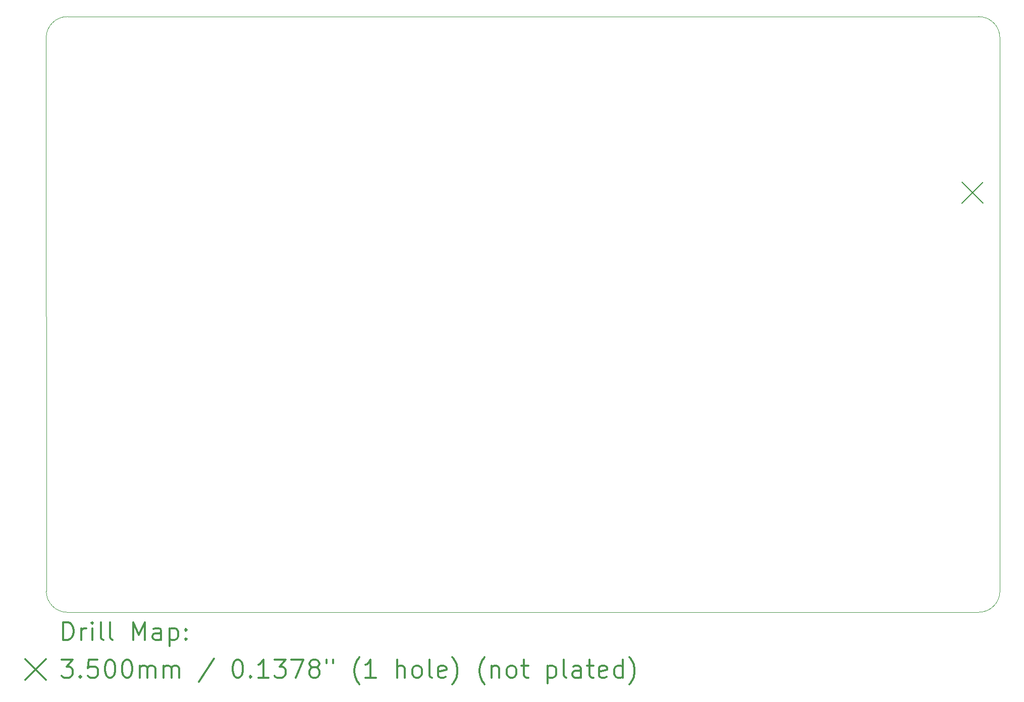
<source format=gbr>
%FSLAX45Y45*%
G04 Gerber Fmt 4.5, Leading zero omitted, Abs format (unit mm)*
G04 Created by KiCad (PCBNEW (5.1.10)-1) date 2021-10-19 19:54:51*
%MOMM*%
%LPD*%
G01*
G04 APERTURE LIST*
%TA.AperFunction,Profile*%
%ADD10C,0.001000*%
%TD*%
%ADD11C,0.200000*%
%ADD12C,0.300000*%
G04 APERTURE END LIST*
D10*
X2356000Y-1999000D02*
X17642000Y-1999000D01*
X2000000Y-11643000D02*
X1999000Y-2356000D01*
X17643000Y-11999000D02*
X2357000Y-12000000D01*
X17999000Y-2356000D02*
X18000000Y-11642000D01*
X18000000Y-11642000D02*
G75*
G02*
X17643000Y-11999000I-357000J0D01*
G01*
X2357000Y-12000000D02*
G75*
G02*
X2000000Y-11643000I0J357000D01*
G01*
X1999000Y-2356000D02*
G75*
G02*
X2356000Y-1999000I357000J0D01*
G01*
X17642000Y-1999000D02*
G75*
G02*
X17999000Y-2356000I0J-357000D01*
G01*
D11*
X17366000Y-4778000D02*
X17716000Y-5128000D01*
X17716000Y-4778000D02*
X17366000Y-5128000D01*
D12*
X2285378Y-12465764D02*
X2285378Y-12165764D01*
X2356807Y-12165764D01*
X2399664Y-12180050D01*
X2428236Y-12208621D01*
X2442521Y-12237193D01*
X2456807Y-12294336D01*
X2456807Y-12337193D01*
X2442521Y-12394336D01*
X2428236Y-12422907D01*
X2399664Y-12451479D01*
X2356807Y-12465764D01*
X2285378Y-12465764D01*
X2585378Y-12465764D02*
X2585378Y-12265764D01*
X2585378Y-12322907D02*
X2599664Y-12294336D01*
X2613950Y-12280050D01*
X2642521Y-12265764D01*
X2671093Y-12265764D01*
X2771093Y-12465764D02*
X2771093Y-12265764D01*
X2771093Y-12165764D02*
X2756807Y-12180050D01*
X2771093Y-12194336D01*
X2785378Y-12180050D01*
X2771093Y-12165764D01*
X2771093Y-12194336D01*
X2956807Y-12465764D02*
X2928236Y-12451479D01*
X2913950Y-12422907D01*
X2913950Y-12165764D01*
X3113950Y-12465764D02*
X3085378Y-12451479D01*
X3071093Y-12422907D01*
X3071093Y-12165764D01*
X3456807Y-12465764D02*
X3456807Y-12165764D01*
X3556807Y-12380050D01*
X3656807Y-12165764D01*
X3656807Y-12465764D01*
X3928236Y-12465764D02*
X3928236Y-12308621D01*
X3913950Y-12280050D01*
X3885378Y-12265764D01*
X3828236Y-12265764D01*
X3799664Y-12280050D01*
X3928236Y-12451479D02*
X3899664Y-12465764D01*
X3828236Y-12465764D01*
X3799664Y-12451479D01*
X3785378Y-12422907D01*
X3785378Y-12394336D01*
X3799664Y-12365764D01*
X3828236Y-12351479D01*
X3899664Y-12351479D01*
X3928236Y-12337193D01*
X4071093Y-12265764D02*
X4071093Y-12565764D01*
X4071093Y-12280050D02*
X4099664Y-12265764D01*
X4156807Y-12265764D01*
X4185378Y-12280050D01*
X4199664Y-12294336D01*
X4213950Y-12322907D01*
X4213950Y-12408621D01*
X4199664Y-12437193D01*
X4185378Y-12451479D01*
X4156807Y-12465764D01*
X4099664Y-12465764D01*
X4071093Y-12451479D01*
X4342521Y-12437193D02*
X4356807Y-12451479D01*
X4342521Y-12465764D01*
X4328236Y-12451479D01*
X4342521Y-12437193D01*
X4342521Y-12465764D01*
X4342521Y-12280050D02*
X4356807Y-12294336D01*
X4342521Y-12308621D01*
X4328236Y-12294336D01*
X4342521Y-12280050D01*
X4342521Y-12308621D01*
X1648950Y-12785050D02*
X1998950Y-13135050D01*
X1998950Y-12785050D02*
X1648950Y-13135050D01*
X2256807Y-12795764D02*
X2442521Y-12795764D01*
X2342521Y-12910050D01*
X2385378Y-12910050D01*
X2413950Y-12924336D01*
X2428236Y-12938621D01*
X2442521Y-12967193D01*
X2442521Y-13038621D01*
X2428236Y-13067193D01*
X2413950Y-13081479D01*
X2385378Y-13095764D01*
X2299664Y-13095764D01*
X2271093Y-13081479D01*
X2256807Y-13067193D01*
X2571093Y-13067193D02*
X2585378Y-13081479D01*
X2571093Y-13095764D01*
X2556807Y-13081479D01*
X2571093Y-13067193D01*
X2571093Y-13095764D01*
X2856807Y-12795764D02*
X2713950Y-12795764D01*
X2699664Y-12938621D01*
X2713950Y-12924336D01*
X2742521Y-12910050D01*
X2813950Y-12910050D01*
X2842521Y-12924336D01*
X2856807Y-12938621D01*
X2871093Y-12967193D01*
X2871093Y-13038621D01*
X2856807Y-13067193D01*
X2842521Y-13081479D01*
X2813950Y-13095764D01*
X2742521Y-13095764D01*
X2713950Y-13081479D01*
X2699664Y-13067193D01*
X3056807Y-12795764D02*
X3085378Y-12795764D01*
X3113950Y-12810050D01*
X3128236Y-12824336D01*
X3142521Y-12852907D01*
X3156807Y-12910050D01*
X3156807Y-12981479D01*
X3142521Y-13038621D01*
X3128236Y-13067193D01*
X3113950Y-13081479D01*
X3085378Y-13095764D01*
X3056807Y-13095764D01*
X3028236Y-13081479D01*
X3013950Y-13067193D01*
X2999664Y-13038621D01*
X2985378Y-12981479D01*
X2985378Y-12910050D01*
X2999664Y-12852907D01*
X3013950Y-12824336D01*
X3028236Y-12810050D01*
X3056807Y-12795764D01*
X3342521Y-12795764D02*
X3371093Y-12795764D01*
X3399664Y-12810050D01*
X3413950Y-12824336D01*
X3428236Y-12852907D01*
X3442521Y-12910050D01*
X3442521Y-12981479D01*
X3428236Y-13038621D01*
X3413950Y-13067193D01*
X3399664Y-13081479D01*
X3371093Y-13095764D01*
X3342521Y-13095764D01*
X3313950Y-13081479D01*
X3299664Y-13067193D01*
X3285378Y-13038621D01*
X3271093Y-12981479D01*
X3271093Y-12910050D01*
X3285378Y-12852907D01*
X3299664Y-12824336D01*
X3313950Y-12810050D01*
X3342521Y-12795764D01*
X3571093Y-13095764D02*
X3571093Y-12895764D01*
X3571093Y-12924336D02*
X3585378Y-12910050D01*
X3613950Y-12895764D01*
X3656807Y-12895764D01*
X3685378Y-12910050D01*
X3699664Y-12938621D01*
X3699664Y-13095764D01*
X3699664Y-12938621D02*
X3713950Y-12910050D01*
X3742521Y-12895764D01*
X3785378Y-12895764D01*
X3813950Y-12910050D01*
X3828236Y-12938621D01*
X3828236Y-13095764D01*
X3971093Y-13095764D02*
X3971093Y-12895764D01*
X3971093Y-12924336D02*
X3985378Y-12910050D01*
X4013950Y-12895764D01*
X4056807Y-12895764D01*
X4085378Y-12910050D01*
X4099664Y-12938621D01*
X4099664Y-13095764D01*
X4099664Y-12938621D02*
X4113950Y-12910050D01*
X4142521Y-12895764D01*
X4185378Y-12895764D01*
X4213950Y-12910050D01*
X4228236Y-12938621D01*
X4228236Y-13095764D01*
X4813950Y-12781479D02*
X4556807Y-13167193D01*
X5199664Y-12795764D02*
X5228236Y-12795764D01*
X5256807Y-12810050D01*
X5271093Y-12824336D01*
X5285378Y-12852907D01*
X5299664Y-12910050D01*
X5299664Y-12981479D01*
X5285378Y-13038621D01*
X5271093Y-13067193D01*
X5256807Y-13081479D01*
X5228236Y-13095764D01*
X5199664Y-13095764D01*
X5171093Y-13081479D01*
X5156807Y-13067193D01*
X5142521Y-13038621D01*
X5128236Y-12981479D01*
X5128236Y-12910050D01*
X5142521Y-12852907D01*
X5156807Y-12824336D01*
X5171093Y-12810050D01*
X5199664Y-12795764D01*
X5428236Y-13067193D02*
X5442521Y-13081479D01*
X5428236Y-13095764D01*
X5413950Y-13081479D01*
X5428236Y-13067193D01*
X5428236Y-13095764D01*
X5728236Y-13095764D02*
X5556807Y-13095764D01*
X5642521Y-13095764D02*
X5642521Y-12795764D01*
X5613950Y-12838621D01*
X5585378Y-12867193D01*
X5556807Y-12881479D01*
X5828236Y-12795764D02*
X6013950Y-12795764D01*
X5913950Y-12910050D01*
X5956807Y-12910050D01*
X5985378Y-12924336D01*
X5999664Y-12938621D01*
X6013950Y-12967193D01*
X6013950Y-13038621D01*
X5999664Y-13067193D01*
X5985378Y-13081479D01*
X5956807Y-13095764D01*
X5871093Y-13095764D01*
X5842521Y-13081479D01*
X5828236Y-13067193D01*
X6113950Y-12795764D02*
X6313950Y-12795764D01*
X6185378Y-13095764D01*
X6471093Y-12924336D02*
X6442521Y-12910050D01*
X6428236Y-12895764D01*
X6413950Y-12867193D01*
X6413950Y-12852907D01*
X6428236Y-12824336D01*
X6442521Y-12810050D01*
X6471093Y-12795764D01*
X6528236Y-12795764D01*
X6556807Y-12810050D01*
X6571093Y-12824336D01*
X6585378Y-12852907D01*
X6585378Y-12867193D01*
X6571093Y-12895764D01*
X6556807Y-12910050D01*
X6528236Y-12924336D01*
X6471093Y-12924336D01*
X6442521Y-12938621D01*
X6428236Y-12952907D01*
X6413950Y-12981479D01*
X6413950Y-13038621D01*
X6428236Y-13067193D01*
X6442521Y-13081479D01*
X6471093Y-13095764D01*
X6528236Y-13095764D01*
X6556807Y-13081479D01*
X6571093Y-13067193D01*
X6585378Y-13038621D01*
X6585378Y-12981479D01*
X6571093Y-12952907D01*
X6556807Y-12938621D01*
X6528236Y-12924336D01*
X6699664Y-12795764D02*
X6699664Y-12852907D01*
X6813950Y-12795764D02*
X6813950Y-12852907D01*
X7256807Y-13210050D02*
X7242521Y-13195764D01*
X7213950Y-13152907D01*
X7199664Y-13124336D01*
X7185378Y-13081479D01*
X7171093Y-13010050D01*
X7171093Y-12952907D01*
X7185378Y-12881479D01*
X7199664Y-12838621D01*
X7213950Y-12810050D01*
X7242521Y-12767193D01*
X7256807Y-12752907D01*
X7528236Y-13095764D02*
X7356807Y-13095764D01*
X7442521Y-13095764D02*
X7442521Y-12795764D01*
X7413950Y-12838621D01*
X7385378Y-12867193D01*
X7356807Y-12881479D01*
X7885378Y-13095764D02*
X7885378Y-12795764D01*
X8013950Y-13095764D02*
X8013950Y-12938621D01*
X7999664Y-12910050D01*
X7971093Y-12895764D01*
X7928236Y-12895764D01*
X7899664Y-12910050D01*
X7885378Y-12924336D01*
X8199664Y-13095764D02*
X8171093Y-13081479D01*
X8156807Y-13067193D01*
X8142521Y-13038621D01*
X8142521Y-12952907D01*
X8156807Y-12924336D01*
X8171093Y-12910050D01*
X8199664Y-12895764D01*
X8242521Y-12895764D01*
X8271093Y-12910050D01*
X8285378Y-12924336D01*
X8299664Y-12952907D01*
X8299664Y-13038621D01*
X8285378Y-13067193D01*
X8271093Y-13081479D01*
X8242521Y-13095764D01*
X8199664Y-13095764D01*
X8471093Y-13095764D02*
X8442521Y-13081479D01*
X8428236Y-13052907D01*
X8428236Y-12795764D01*
X8699664Y-13081479D02*
X8671093Y-13095764D01*
X8613950Y-13095764D01*
X8585378Y-13081479D01*
X8571093Y-13052907D01*
X8571093Y-12938621D01*
X8585378Y-12910050D01*
X8613950Y-12895764D01*
X8671093Y-12895764D01*
X8699664Y-12910050D01*
X8713950Y-12938621D01*
X8713950Y-12967193D01*
X8571093Y-12995764D01*
X8813950Y-13210050D02*
X8828236Y-13195764D01*
X8856807Y-13152907D01*
X8871093Y-13124336D01*
X8885378Y-13081479D01*
X8899664Y-13010050D01*
X8899664Y-12952907D01*
X8885378Y-12881479D01*
X8871093Y-12838621D01*
X8856807Y-12810050D01*
X8828236Y-12767193D01*
X8813950Y-12752907D01*
X9356807Y-13210050D02*
X9342521Y-13195764D01*
X9313950Y-13152907D01*
X9299664Y-13124336D01*
X9285378Y-13081479D01*
X9271093Y-13010050D01*
X9271093Y-12952907D01*
X9285378Y-12881479D01*
X9299664Y-12838621D01*
X9313950Y-12810050D01*
X9342521Y-12767193D01*
X9356807Y-12752907D01*
X9471093Y-12895764D02*
X9471093Y-13095764D01*
X9471093Y-12924336D02*
X9485378Y-12910050D01*
X9513950Y-12895764D01*
X9556807Y-12895764D01*
X9585378Y-12910050D01*
X9599664Y-12938621D01*
X9599664Y-13095764D01*
X9785378Y-13095764D02*
X9756807Y-13081479D01*
X9742521Y-13067193D01*
X9728236Y-13038621D01*
X9728236Y-12952907D01*
X9742521Y-12924336D01*
X9756807Y-12910050D01*
X9785378Y-12895764D01*
X9828236Y-12895764D01*
X9856807Y-12910050D01*
X9871093Y-12924336D01*
X9885378Y-12952907D01*
X9885378Y-13038621D01*
X9871093Y-13067193D01*
X9856807Y-13081479D01*
X9828236Y-13095764D01*
X9785378Y-13095764D01*
X9971093Y-12895764D02*
X10085378Y-12895764D01*
X10013950Y-12795764D02*
X10013950Y-13052907D01*
X10028236Y-13081479D01*
X10056807Y-13095764D01*
X10085378Y-13095764D01*
X10413950Y-12895764D02*
X10413950Y-13195764D01*
X10413950Y-12910050D02*
X10442521Y-12895764D01*
X10499664Y-12895764D01*
X10528236Y-12910050D01*
X10542521Y-12924336D01*
X10556807Y-12952907D01*
X10556807Y-13038621D01*
X10542521Y-13067193D01*
X10528236Y-13081479D01*
X10499664Y-13095764D01*
X10442521Y-13095764D01*
X10413950Y-13081479D01*
X10728236Y-13095764D02*
X10699664Y-13081479D01*
X10685378Y-13052907D01*
X10685378Y-12795764D01*
X10971093Y-13095764D02*
X10971093Y-12938621D01*
X10956807Y-12910050D01*
X10928236Y-12895764D01*
X10871093Y-12895764D01*
X10842521Y-12910050D01*
X10971093Y-13081479D02*
X10942521Y-13095764D01*
X10871093Y-13095764D01*
X10842521Y-13081479D01*
X10828236Y-13052907D01*
X10828236Y-13024336D01*
X10842521Y-12995764D01*
X10871093Y-12981479D01*
X10942521Y-12981479D01*
X10971093Y-12967193D01*
X11071093Y-12895764D02*
X11185378Y-12895764D01*
X11113950Y-12795764D02*
X11113950Y-13052907D01*
X11128236Y-13081479D01*
X11156807Y-13095764D01*
X11185378Y-13095764D01*
X11399664Y-13081479D02*
X11371093Y-13095764D01*
X11313950Y-13095764D01*
X11285378Y-13081479D01*
X11271093Y-13052907D01*
X11271093Y-12938621D01*
X11285378Y-12910050D01*
X11313950Y-12895764D01*
X11371093Y-12895764D01*
X11399664Y-12910050D01*
X11413950Y-12938621D01*
X11413950Y-12967193D01*
X11271093Y-12995764D01*
X11671093Y-13095764D02*
X11671093Y-12795764D01*
X11671093Y-13081479D02*
X11642521Y-13095764D01*
X11585378Y-13095764D01*
X11556807Y-13081479D01*
X11542521Y-13067193D01*
X11528236Y-13038621D01*
X11528236Y-12952907D01*
X11542521Y-12924336D01*
X11556807Y-12910050D01*
X11585378Y-12895764D01*
X11642521Y-12895764D01*
X11671093Y-12910050D01*
X11785378Y-13210050D02*
X11799664Y-13195764D01*
X11828236Y-13152907D01*
X11842521Y-13124336D01*
X11856807Y-13081479D01*
X11871093Y-13010050D01*
X11871093Y-12952907D01*
X11856807Y-12881479D01*
X11842521Y-12838621D01*
X11828236Y-12810050D01*
X11799664Y-12767193D01*
X11785378Y-12752907D01*
M02*

</source>
